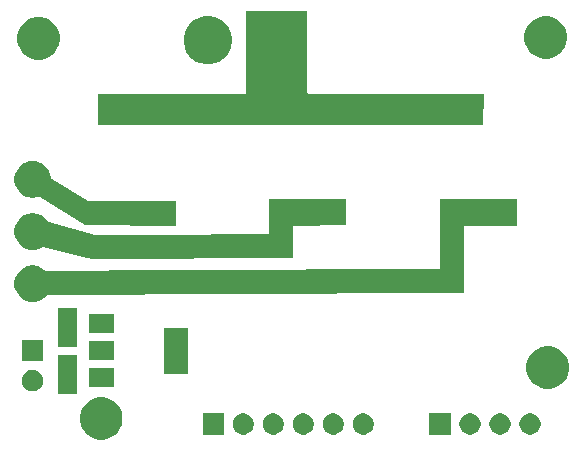
<source format=gbr>
G04 #@! TF.GenerationSoftware,KiCad,Pcbnew,(5.1.5-0-10_14)*
G04 #@! TF.CreationDate,2020-02-25T16:28:57+09:00*
G04 #@! TF.ProjectId,hbldc,68626c64-632e-46b6-9963-61645f706362,rev?*
G04 #@! TF.SameCoordinates,Original*
G04 #@! TF.FileFunction,Soldermask,Bot*
G04 #@! TF.FilePolarity,Negative*
%FSLAX46Y46*%
G04 Gerber Fmt 4.6, Leading zero omitted, Abs format (unit mm)*
G04 Created by KiCad (PCBNEW (5.1.5-0-10_14)) date 2020-02-25 16:28:57*
%MOMM*%
%LPD*%
G04 APERTURE LIST*
%ADD10C,0.100000*%
G04 APERTURE END LIST*
D10*
G36*
X88345331Y-55998211D02*
G01*
X88673092Y-56133974D01*
X88968070Y-56331072D01*
X89218928Y-56581930D01*
X89416026Y-56876908D01*
X89551789Y-57204669D01*
X89621000Y-57552616D01*
X89621000Y-57907384D01*
X89551789Y-58255331D01*
X89416026Y-58583092D01*
X89218928Y-58878070D01*
X88968070Y-59128928D01*
X88673092Y-59326026D01*
X88345331Y-59461789D01*
X87997384Y-59531000D01*
X87642616Y-59531000D01*
X87294669Y-59461789D01*
X86966908Y-59326026D01*
X86671930Y-59128928D01*
X86421072Y-58878070D01*
X86223974Y-58583092D01*
X86088211Y-58255331D01*
X86019000Y-57907384D01*
X86019000Y-57552616D01*
X86088211Y-57204669D01*
X86223974Y-56876908D01*
X86421072Y-56581930D01*
X86671930Y-56331072D01*
X86966908Y-56133974D01*
X87294669Y-55998211D01*
X87642616Y-55929000D01*
X87997384Y-55929000D01*
X88345331Y-55998211D01*
G37*
G36*
X121693512Y-57303927D02*
G01*
X121842812Y-57333624D01*
X122006784Y-57401544D01*
X122154354Y-57500147D01*
X122279853Y-57625646D01*
X122378456Y-57773216D01*
X122446376Y-57937188D01*
X122481000Y-58111259D01*
X122481000Y-58288741D01*
X122446376Y-58462812D01*
X122378456Y-58626784D01*
X122279853Y-58774354D01*
X122154354Y-58899853D01*
X122006784Y-58998456D01*
X121842812Y-59066376D01*
X121693512Y-59096073D01*
X121668742Y-59101000D01*
X121491258Y-59101000D01*
X121466488Y-59096073D01*
X121317188Y-59066376D01*
X121153216Y-58998456D01*
X121005646Y-58899853D01*
X120880147Y-58774354D01*
X120781544Y-58626784D01*
X120713624Y-58462812D01*
X120679000Y-58288741D01*
X120679000Y-58111259D01*
X120713624Y-57937188D01*
X120781544Y-57773216D01*
X120880147Y-57625646D01*
X121005646Y-57500147D01*
X121153216Y-57401544D01*
X121317188Y-57333624D01*
X121466488Y-57303927D01*
X121491258Y-57299000D01*
X121668742Y-57299000D01*
X121693512Y-57303927D01*
G37*
G36*
X119153512Y-57303927D02*
G01*
X119302812Y-57333624D01*
X119466784Y-57401544D01*
X119614354Y-57500147D01*
X119739853Y-57625646D01*
X119838456Y-57773216D01*
X119906376Y-57937188D01*
X119941000Y-58111259D01*
X119941000Y-58288741D01*
X119906376Y-58462812D01*
X119838456Y-58626784D01*
X119739853Y-58774354D01*
X119614354Y-58899853D01*
X119466784Y-58998456D01*
X119302812Y-59066376D01*
X119153512Y-59096073D01*
X119128742Y-59101000D01*
X118951258Y-59101000D01*
X118926488Y-59096073D01*
X118777188Y-59066376D01*
X118613216Y-58998456D01*
X118465646Y-58899853D01*
X118340147Y-58774354D01*
X118241544Y-58626784D01*
X118173624Y-58462812D01*
X118139000Y-58288741D01*
X118139000Y-58111259D01*
X118173624Y-57937188D01*
X118241544Y-57773216D01*
X118340147Y-57625646D01*
X118465646Y-57500147D01*
X118613216Y-57401544D01*
X118777188Y-57333624D01*
X118926488Y-57303927D01*
X118951258Y-57299000D01*
X119128742Y-57299000D01*
X119153512Y-57303927D01*
G37*
G36*
X117401000Y-59101000D02*
G01*
X115599000Y-59101000D01*
X115599000Y-57299000D01*
X117401000Y-57299000D01*
X117401000Y-59101000D01*
G37*
G36*
X110113512Y-57303927D02*
G01*
X110262812Y-57333624D01*
X110426784Y-57401544D01*
X110574354Y-57500147D01*
X110699853Y-57625646D01*
X110798456Y-57773216D01*
X110866376Y-57937188D01*
X110901000Y-58111259D01*
X110901000Y-58288741D01*
X110866376Y-58462812D01*
X110798456Y-58626784D01*
X110699853Y-58774354D01*
X110574354Y-58899853D01*
X110426784Y-58998456D01*
X110262812Y-59066376D01*
X110113512Y-59096073D01*
X110088742Y-59101000D01*
X109911258Y-59101000D01*
X109886488Y-59096073D01*
X109737188Y-59066376D01*
X109573216Y-58998456D01*
X109425646Y-58899853D01*
X109300147Y-58774354D01*
X109201544Y-58626784D01*
X109133624Y-58462812D01*
X109099000Y-58288741D01*
X109099000Y-58111259D01*
X109133624Y-57937188D01*
X109201544Y-57773216D01*
X109300147Y-57625646D01*
X109425646Y-57500147D01*
X109573216Y-57401544D01*
X109737188Y-57333624D01*
X109886488Y-57303927D01*
X109911258Y-57299000D01*
X110088742Y-57299000D01*
X110113512Y-57303927D01*
G37*
G36*
X107573512Y-57303927D02*
G01*
X107722812Y-57333624D01*
X107886784Y-57401544D01*
X108034354Y-57500147D01*
X108159853Y-57625646D01*
X108258456Y-57773216D01*
X108326376Y-57937188D01*
X108361000Y-58111259D01*
X108361000Y-58288741D01*
X108326376Y-58462812D01*
X108258456Y-58626784D01*
X108159853Y-58774354D01*
X108034354Y-58899853D01*
X107886784Y-58998456D01*
X107722812Y-59066376D01*
X107573512Y-59096073D01*
X107548742Y-59101000D01*
X107371258Y-59101000D01*
X107346488Y-59096073D01*
X107197188Y-59066376D01*
X107033216Y-58998456D01*
X106885646Y-58899853D01*
X106760147Y-58774354D01*
X106661544Y-58626784D01*
X106593624Y-58462812D01*
X106559000Y-58288741D01*
X106559000Y-58111259D01*
X106593624Y-57937188D01*
X106661544Y-57773216D01*
X106760147Y-57625646D01*
X106885646Y-57500147D01*
X107033216Y-57401544D01*
X107197188Y-57333624D01*
X107346488Y-57303927D01*
X107371258Y-57299000D01*
X107548742Y-57299000D01*
X107573512Y-57303927D01*
G37*
G36*
X105033512Y-57303927D02*
G01*
X105182812Y-57333624D01*
X105346784Y-57401544D01*
X105494354Y-57500147D01*
X105619853Y-57625646D01*
X105718456Y-57773216D01*
X105786376Y-57937188D01*
X105821000Y-58111259D01*
X105821000Y-58288741D01*
X105786376Y-58462812D01*
X105718456Y-58626784D01*
X105619853Y-58774354D01*
X105494354Y-58899853D01*
X105346784Y-58998456D01*
X105182812Y-59066376D01*
X105033512Y-59096073D01*
X105008742Y-59101000D01*
X104831258Y-59101000D01*
X104806488Y-59096073D01*
X104657188Y-59066376D01*
X104493216Y-58998456D01*
X104345646Y-58899853D01*
X104220147Y-58774354D01*
X104121544Y-58626784D01*
X104053624Y-58462812D01*
X104019000Y-58288741D01*
X104019000Y-58111259D01*
X104053624Y-57937188D01*
X104121544Y-57773216D01*
X104220147Y-57625646D01*
X104345646Y-57500147D01*
X104493216Y-57401544D01*
X104657188Y-57333624D01*
X104806488Y-57303927D01*
X104831258Y-57299000D01*
X105008742Y-57299000D01*
X105033512Y-57303927D01*
G37*
G36*
X102493512Y-57303927D02*
G01*
X102642812Y-57333624D01*
X102806784Y-57401544D01*
X102954354Y-57500147D01*
X103079853Y-57625646D01*
X103178456Y-57773216D01*
X103246376Y-57937188D01*
X103281000Y-58111259D01*
X103281000Y-58288741D01*
X103246376Y-58462812D01*
X103178456Y-58626784D01*
X103079853Y-58774354D01*
X102954354Y-58899853D01*
X102806784Y-58998456D01*
X102642812Y-59066376D01*
X102493512Y-59096073D01*
X102468742Y-59101000D01*
X102291258Y-59101000D01*
X102266488Y-59096073D01*
X102117188Y-59066376D01*
X101953216Y-58998456D01*
X101805646Y-58899853D01*
X101680147Y-58774354D01*
X101581544Y-58626784D01*
X101513624Y-58462812D01*
X101479000Y-58288741D01*
X101479000Y-58111259D01*
X101513624Y-57937188D01*
X101581544Y-57773216D01*
X101680147Y-57625646D01*
X101805646Y-57500147D01*
X101953216Y-57401544D01*
X102117188Y-57333624D01*
X102266488Y-57303927D01*
X102291258Y-57299000D01*
X102468742Y-57299000D01*
X102493512Y-57303927D01*
G37*
G36*
X99953512Y-57303927D02*
G01*
X100102812Y-57333624D01*
X100266784Y-57401544D01*
X100414354Y-57500147D01*
X100539853Y-57625646D01*
X100638456Y-57773216D01*
X100706376Y-57937188D01*
X100741000Y-58111259D01*
X100741000Y-58288741D01*
X100706376Y-58462812D01*
X100638456Y-58626784D01*
X100539853Y-58774354D01*
X100414354Y-58899853D01*
X100266784Y-58998456D01*
X100102812Y-59066376D01*
X99953512Y-59096073D01*
X99928742Y-59101000D01*
X99751258Y-59101000D01*
X99726488Y-59096073D01*
X99577188Y-59066376D01*
X99413216Y-58998456D01*
X99265646Y-58899853D01*
X99140147Y-58774354D01*
X99041544Y-58626784D01*
X98973624Y-58462812D01*
X98939000Y-58288741D01*
X98939000Y-58111259D01*
X98973624Y-57937188D01*
X99041544Y-57773216D01*
X99140147Y-57625646D01*
X99265646Y-57500147D01*
X99413216Y-57401544D01*
X99577188Y-57333624D01*
X99726488Y-57303927D01*
X99751258Y-57299000D01*
X99928742Y-57299000D01*
X99953512Y-57303927D01*
G37*
G36*
X98201000Y-59101000D02*
G01*
X96399000Y-59101000D01*
X96399000Y-57299000D01*
X98201000Y-57299000D01*
X98201000Y-59101000D01*
G37*
G36*
X124233512Y-57303927D02*
G01*
X124382812Y-57333624D01*
X124546784Y-57401544D01*
X124694354Y-57500147D01*
X124819853Y-57625646D01*
X124918456Y-57773216D01*
X124986376Y-57937188D01*
X125021000Y-58111259D01*
X125021000Y-58288741D01*
X124986376Y-58462812D01*
X124918456Y-58626784D01*
X124819853Y-58774354D01*
X124694354Y-58899853D01*
X124546784Y-58998456D01*
X124382812Y-59066376D01*
X124233512Y-59096073D01*
X124208742Y-59101000D01*
X124031258Y-59101000D01*
X124006488Y-59096073D01*
X123857188Y-59066376D01*
X123693216Y-58998456D01*
X123545646Y-58899853D01*
X123420147Y-58774354D01*
X123321544Y-58626784D01*
X123253624Y-58462812D01*
X123219000Y-58288741D01*
X123219000Y-58111259D01*
X123253624Y-57937188D01*
X123321544Y-57773216D01*
X123420147Y-57625646D01*
X123545646Y-57500147D01*
X123693216Y-57401544D01*
X123857188Y-57333624D01*
X124006488Y-57303927D01*
X124031258Y-57299000D01*
X124208742Y-57299000D01*
X124233512Y-57303927D01*
G37*
G36*
X85801000Y-55651000D02*
G01*
X84199000Y-55651000D01*
X84199000Y-52349000D01*
X85801000Y-52349000D01*
X85801000Y-55651000D01*
G37*
G36*
X82113512Y-53643927D02*
G01*
X82262812Y-53673624D01*
X82426784Y-53741544D01*
X82574354Y-53840147D01*
X82699853Y-53965646D01*
X82798456Y-54113216D01*
X82866376Y-54277188D01*
X82901000Y-54451259D01*
X82901000Y-54628741D01*
X82866376Y-54802812D01*
X82798456Y-54966784D01*
X82699853Y-55114354D01*
X82574354Y-55239853D01*
X82426784Y-55338456D01*
X82262812Y-55406376D01*
X82113512Y-55436073D01*
X82088742Y-55441000D01*
X81911258Y-55441000D01*
X81886488Y-55436073D01*
X81737188Y-55406376D01*
X81573216Y-55338456D01*
X81425646Y-55239853D01*
X81300147Y-55114354D01*
X81201544Y-54966784D01*
X81133624Y-54802812D01*
X81099000Y-54628741D01*
X81099000Y-54451259D01*
X81133624Y-54277188D01*
X81201544Y-54113216D01*
X81300147Y-53965646D01*
X81425646Y-53840147D01*
X81573216Y-53741544D01*
X81737188Y-53673624D01*
X81886488Y-53643927D01*
X81911258Y-53639000D01*
X82088742Y-53639000D01*
X82113512Y-53643927D01*
G37*
G36*
X126145331Y-51688211D02*
G01*
X126473092Y-51823974D01*
X126768070Y-52021072D01*
X127018928Y-52271930D01*
X127216026Y-52566908D01*
X127351789Y-52894669D01*
X127421000Y-53242616D01*
X127421000Y-53597384D01*
X127351789Y-53945331D01*
X127216026Y-54273092D01*
X127018928Y-54568070D01*
X126768070Y-54818928D01*
X126473092Y-55016026D01*
X126145331Y-55151789D01*
X125797384Y-55221000D01*
X125442616Y-55221000D01*
X125094669Y-55151789D01*
X124766908Y-55016026D01*
X124471930Y-54818928D01*
X124221072Y-54568070D01*
X124023974Y-54273092D01*
X123888211Y-53945331D01*
X123819000Y-53597384D01*
X123819000Y-53242616D01*
X123888211Y-52894669D01*
X124023974Y-52566908D01*
X124221072Y-52271930D01*
X124471930Y-52021072D01*
X124766908Y-51823974D01*
X125094669Y-51688211D01*
X125442616Y-51619000D01*
X125797384Y-51619000D01*
X126145331Y-51688211D01*
G37*
G36*
X88901000Y-55101000D02*
G01*
X86799000Y-55101000D01*
X86799000Y-53499000D01*
X88901000Y-53499000D01*
X88901000Y-55101000D01*
G37*
G36*
X95201000Y-53951000D02*
G01*
X93099000Y-53951000D01*
X93099000Y-50049000D01*
X95201000Y-50049000D01*
X95201000Y-53951000D01*
G37*
G36*
X82901000Y-52901000D02*
G01*
X81099000Y-52901000D01*
X81099000Y-51099000D01*
X82901000Y-51099000D01*
X82901000Y-52901000D01*
G37*
G36*
X88901000Y-52801000D02*
G01*
X86799000Y-52801000D01*
X86799000Y-51199000D01*
X88901000Y-51199000D01*
X88901000Y-52801000D01*
G37*
G36*
X85801000Y-51651000D02*
G01*
X84199000Y-51651000D01*
X84199000Y-48349000D01*
X85801000Y-48349000D01*
X85801000Y-51651000D01*
G37*
G36*
X88901000Y-50501000D02*
G01*
X86799000Y-50501000D01*
X86799000Y-48899000D01*
X88901000Y-48899000D01*
X88901000Y-50501000D01*
G37*
G36*
X123040000Y-41410000D02*
G01*
X118674999Y-41410000D01*
X118650613Y-41412402D01*
X118627164Y-41419515D01*
X118605553Y-41431066D01*
X118586611Y-41446611D01*
X118571066Y-41465553D01*
X118559515Y-41487164D01*
X118552402Y-41510613D01*
X118550000Y-41534999D01*
X118550000Y-47140000D01*
X115820175Y-47149968D01*
X83334580Y-47268596D01*
X83310202Y-47271087D01*
X83286780Y-47278285D01*
X83265211Y-47289915D01*
X83246326Y-47305530D01*
X83239203Y-47314241D01*
X83234745Y-47318699D01*
X83234741Y-47318705D01*
X83018705Y-47534741D01*
X82764674Y-47704479D01*
X82482410Y-47821396D01*
X82332585Y-47851198D01*
X82182761Y-47881000D01*
X81877239Y-47881000D01*
X81727415Y-47851198D01*
X81577590Y-47821396D01*
X81295326Y-47704479D01*
X81041295Y-47534741D01*
X80825259Y-47318705D01*
X80655521Y-47064674D01*
X80538604Y-46782410D01*
X80479000Y-46482760D01*
X80479000Y-46177240D01*
X80538604Y-45877590D01*
X80655521Y-45595326D01*
X80825259Y-45341295D01*
X81041295Y-45125259D01*
X81295326Y-44955521D01*
X81577590Y-44838604D01*
X81727415Y-44808802D01*
X81877239Y-44779000D01*
X82182761Y-44779000D01*
X82332585Y-44808802D01*
X82482410Y-44838604D01*
X82764674Y-44955521D01*
X83018705Y-45125259D01*
X83095795Y-45202349D01*
X83114726Y-45217885D01*
X83136337Y-45229436D01*
X83159786Y-45236549D01*
X83184731Y-45238950D01*
X93728574Y-45191795D01*
X116365565Y-45090557D01*
X116389935Y-45088046D01*
X116413352Y-45080828D01*
X116434911Y-45069180D01*
X116453783Y-45053550D01*
X116469243Y-45034539D01*
X116480698Y-45012877D01*
X116487706Y-44989397D01*
X116490000Y-44965559D01*
X116490000Y-39170000D01*
X123040000Y-39170000D01*
X123040000Y-41410000D01*
G37*
G36*
X108530000Y-41380000D02*
G01*
X108510000Y-41390000D01*
X108501847Y-41390055D01*
X108501844Y-41390055D01*
X104153714Y-41419172D01*
X104129344Y-41421737D01*
X104105944Y-41429007D01*
X104084411Y-41440702D01*
X104065573Y-41456374D01*
X104050155Y-41475420D01*
X104038749Y-41497107D01*
X104031793Y-41520603D01*
X104029553Y-41543713D01*
X104020000Y-44190000D01*
X104013997Y-44190004D01*
X104013992Y-44190004D01*
X87168678Y-44199998D01*
X87168675Y-44199998D01*
X87165000Y-44200000D01*
X86315000Y-44100000D01*
X86310973Y-44098970D01*
X86310969Y-44098969D01*
X82919133Y-43231210D01*
X82894912Y-43227493D01*
X82870432Y-43228572D01*
X82846632Y-43234407D01*
X82818706Y-43248376D01*
X82764674Y-43284479D01*
X82482410Y-43401396D01*
X82332585Y-43431198D01*
X82182761Y-43461000D01*
X81877239Y-43461000D01*
X81727415Y-43431198D01*
X81577590Y-43401396D01*
X81295326Y-43284479D01*
X81041295Y-43114741D01*
X80825259Y-42898705D01*
X80655521Y-42644674D01*
X80538604Y-42362410D01*
X80479000Y-42062760D01*
X80479000Y-41757240D01*
X80538604Y-41457590D01*
X80655521Y-41175326D01*
X80825259Y-40921295D01*
X81041295Y-40705259D01*
X81295326Y-40535521D01*
X81577590Y-40418604D01*
X81727415Y-40388802D01*
X81877239Y-40359000D01*
X82182761Y-40359000D01*
X82332585Y-40388802D01*
X82482410Y-40418604D01*
X82764674Y-40535521D01*
X83018705Y-40705259D01*
X83234741Y-40921295D01*
X83330410Y-41064473D01*
X83345947Y-41083406D01*
X83364889Y-41098951D01*
X83386500Y-41110502D01*
X83400666Y-41115397D01*
X87333232Y-42215310D01*
X87367410Y-42219929D01*
X92397921Y-42199340D01*
X101885513Y-42160509D01*
X101909889Y-42158007D01*
X101933308Y-42150798D01*
X101954872Y-42139159D01*
X101973750Y-42123536D01*
X101989217Y-42104531D01*
X102000680Y-42082873D01*
X102007697Y-42059395D01*
X102010000Y-42035511D01*
X102010000Y-39140000D01*
X108530000Y-39140000D01*
X108530000Y-41380000D01*
G37*
G36*
X82332585Y-35968802D02*
G01*
X82482410Y-35998604D01*
X82764674Y-36115521D01*
X83018705Y-36285259D01*
X83234741Y-36501295D01*
X83404479Y-36755326D01*
X83521396Y-37037590D01*
X83521396Y-37037591D01*
X83581652Y-37340515D01*
X83583402Y-37358286D01*
X83590515Y-37381735D01*
X83602066Y-37403346D01*
X83617611Y-37422288D01*
X83640123Y-37440132D01*
X86689582Y-39331138D01*
X86711570Y-39341946D01*
X86735247Y-39348259D01*
X86755792Y-39349903D01*
X88440702Y-39345330D01*
X94069834Y-39330054D01*
X94070001Y-39330045D01*
X94070000Y-39330000D01*
X94070833Y-39330000D01*
X94082621Y-39329363D01*
X94082782Y-39329346D01*
X94109086Y-39323655D01*
X94114172Y-39321964D01*
X94114179Y-39321963D01*
X94120001Y-39320027D01*
X94120036Y-39323623D01*
X94120036Y-39323629D01*
X94136774Y-41064464D01*
X94140000Y-41399973D01*
X94133523Y-41399965D01*
X94133519Y-41399965D01*
X86476143Y-41390008D01*
X86470000Y-41390000D01*
X82647088Y-38970545D01*
X82625201Y-38959534D01*
X82601582Y-38953005D01*
X82577144Y-38951208D01*
X82552825Y-38954214D01*
X82532421Y-38960681D01*
X82482410Y-38981396D01*
X82257673Y-39026099D01*
X82182761Y-39041000D01*
X81877239Y-39041000D01*
X81727415Y-39011198D01*
X81577590Y-38981396D01*
X81295326Y-38864479D01*
X81041295Y-38694741D01*
X80825259Y-38478705D01*
X80655521Y-38224674D01*
X80538604Y-37942410D01*
X80479000Y-37642760D01*
X80479000Y-37337240D01*
X80538604Y-37037590D01*
X80655521Y-36755326D01*
X80825259Y-36501295D01*
X81041295Y-36285259D01*
X81295326Y-36115521D01*
X81577590Y-35998604D01*
X81727415Y-35968802D01*
X81877239Y-35939000D01*
X82182761Y-35939000D01*
X82332585Y-35968802D01*
G37*
G36*
X105280000Y-30145953D02*
G01*
X105282402Y-30170339D01*
X105289515Y-30193788D01*
X105301066Y-30215399D01*
X105316611Y-30234341D01*
X105335553Y-30249886D01*
X105357164Y-30261437D01*
X105380613Y-30268550D01*
X105404919Y-30270952D01*
X114535590Y-30276540D01*
X120183863Y-30279996D01*
X120183865Y-30279996D01*
X120190000Y-30280000D01*
X120189976Y-30286243D01*
X120180101Y-32863876D01*
X120180000Y-32890000D01*
X102034789Y-32878892D01*
X87516137Y-32870004D01*
X87516135Y-32870004D01*
X87510000Y-32870000D01*
X87510000Y-30260000D01*
X91571240Y-30262485D01*
X99974925Y-30267628D01*
X99999312Y-30265241D01*
X100022765Y-30258142D01*
X100044383Y-30246604D01*
X100063335Y-30231071D01*
X100078891Y-30212138D01*
X100090456Y-30190535D01*
X100097583Y-30167090D01*
X100100000Y-30142629D01*
X100100000Y-23270000D01*
X100104464Y-23268884D01*
X100104470Y-23268882D01*
X100123197Y-23264201D01*
X100140000Y-23260000D01*
X105280000Y-23260000D01*
X105280000Y-30145953D01*
G37*
G36*
X97448326Y-23727578D02*
G01*
X97801760Y-23873975D01*
X97821631Y-23882206D01*
X98157596Y-24106690D01*
X98443310Y-24392404D01*
X98646772Y-24696908D01*
X98667795Y-24728371D01*
X98822422Y-25101674D01*
X98901250Y-25497968D01*
X98901250Y-25902032D01*
X98822422Y-26298326D01*
X98779026Y-26403093D01*
X98667794Y-26671631D01*
X98443310Y-27007596D01*
X98157596Y-27293310D01*
X97821631Y-27517794D01*
X97821630Y-27517795D01*
X97821629Y-27517795D01*
X97448326Y-27672422D01*
X97052032Y-27751250D01*
X96647968Y-27751250D01*
X96251674Y-27672422D01*
X95878371Y-27517795D01*
X95878370Y-27517795D01*
X95878369Y-27517794D01*
X95542404Y-27293310D01*
X95256690Y-27007596D01*
X95032206Y-26671631D01*
X94920974Y-26403093D01*
X94877578Y-26298326D01*
X94798750Y-25902032D01*
X94798750Y-25497968D01*
X94877578Y-25101674D01*
X95032205Y-24728371D01*
X95053228Y-24696908D01*
X95256690Y-24392404D01*
X95542404Y-24106690D01*
X95878369Y-23882206D01*
X95898240Y-23873975D01*
X96251674Y-23727578D01*
X96647968Y-23648750D01*
X97052032Y-23648750D01*
X97448326Y-23727578D01*
G37*
G36*
X83035331Y-23818211D02*
G01*
X83363092Y-23953974D01*
X83658070Y-24151072D01*
X83908928Y-24401930D01*
X84106026Y-24696908D01*
X84241789Y-25024669D01*
X84311000Y-25372616D01*
X84311000Y-25727384D01*
X84241789Y-26075331D01*
X84106026Y-26403092D01*
X83908928Y-26698070D01*
X83658070Y-26948928D01*
X83363092Y-27146026D01*
X83035331Y-27281789D01*
X82687384Y-27351000D01*
X82332616Y-27351000D01*
X81984669Y-27281789D01*
X81656908Y-27146026D01*
X81361930Y-26948928D01*
X81111072Y-26698070D01*
X80913974Y-26403092D01*
X80778211Y-26075331D01*
X80709000Y-25727384D01*
X80709000Y-25372616D01*
X80778211Y-25024669D01*
X80913974Y-24696908D01*
X81111072Y-24401930D01*
X81361930Y-24151072D01*
X81656908Y-23953974D01*
X81984669Y-23818211D01*
X82332616Y-23749000D01*
X82687384Y-23749000D01*
X83035331Y-23818211D01*
G37*
G36*
X125985331Y-23738211D02*
G01*
X126313092Y-23873974D01*
X126608070Y-24071072D01*
X126858928Y-24321930D01*
X127056026Y-24616908D01*
X127191789Y-24944669D01*
X127261000Y-25292616D01*
X127261000Y-25647384D01*
X127191789Y-25995331D01*
X127056026Y-26323092D01*
X126858928Y-26618070D01*
X126608070Y-26868928D01*
X126313092Y-27066026D01*
X125985331Y-27201789D01*
X125637384Y-27271000D01*
X125282616Y-27271000D01*
X124934669Y-27201789D01*
X124606908Y-27066026D01*
X124311930Y-26868928D01*
X124061072Y-26618070D01*
X123863974Y-26323092D01*
X123728211Y-25995331D01*
X123659000Y-25647384D01*
X123659000Y-25292616D01*
X123728211Y-24944669D01*
X123863974Y-24616908D01*
X124061072Y-24321930D01*
X124311930Y-24071072D01*
X124606908Y-23873974D01*
X124934669Y-23738211D01*
X125282616Y-23669000D01*
X125637384Y-23669000D01*
X125985331Y-23738211D01*
G37*
M02*

</source>
